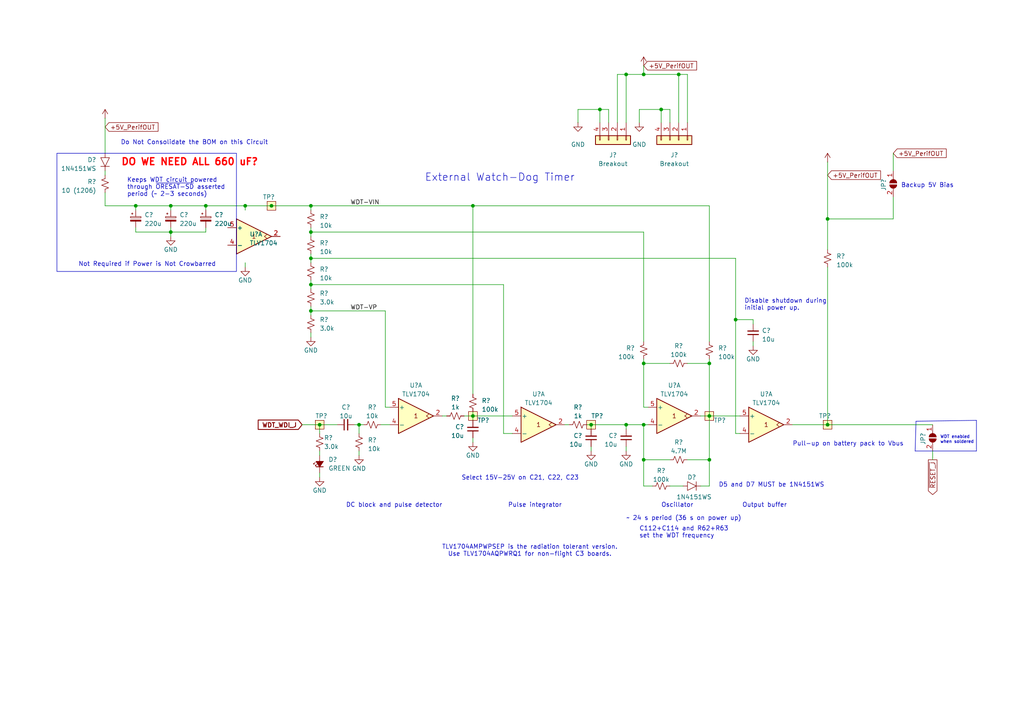
<source format=kicad_sch>
(kicad_sch (version 20231120) (generator "eeschema") (generator_version "8.0")
  (paper "A4")
  (lib_symbols
    (symbol "Connector_Generic:Conn_01x04" (pin_names (offset 1.016) hide)
      (property "Reference" "J" (at 0 5.08 0))
      (property "Value" "Conn_01x04" (at 0 -7.62 0))
      (symbol "Conn_01x04_1_1"
        (pin passive line (at -5.08 2.54 0) (length 3.81) (name "Pin_1") (number "1"))
        (pin passive line (at -5.08 0 0) (length 3.81) (name "Pin_2") (number "2"))
        (pin passive line (at -5.08 -2.54 0) (length 3.81) (name "Pin_3") (number "3"))
        (pin passive line (at -5.08 -5.08 0) (length 3.81) (name "Pin_4") (number "4"))
      )
    )
    (symbol "Device:C_Polarized_Small" (pin_numbers hide) (pin_names (offset 0.254) hide)
      (property "Reference" "C" (at 0.254 1.778 0))
      (property "Value" "C_Polarized_Small" (at 0.254 -2.032 0))
      (symbol "C_Polarized_Small_1_1"
        (pin passive line (at 0 2.54 270) (length 1.8542) (name "~") (number "1"))
        (pin passive line (at 0 -2.54 90) (length 1.8542) (name "~") (number "2"))
      )
    )
    (symbol "Device:C_Small" (pin_numbers hide) (pin_names (offset 0.254) hide)
      (property "Reference" "C" (at 0.254 1.778 0))
      (property "Value" "C_Small" (at 0.254 -2.032 0))
      (symbol "C_Small_1_1"
        (pin passive line (at 0 2.54 270) (length 2.032) (name "~") (number "1"))
        (pin passive line (at 0 -2.54 90) (length 2.032) (name "~") (number "2"))
      )
    )
    (symbol "Device:LED_Small_Filled" (pin_numbers hide) (pin_names (offset 0.254) hide)
      (property "Reference" "D" (at -1.27 3.175 0))
      (property "Value" "LED_Small_Filled" (at -4.445 -2.54 0))
      (symbol "LED_Small_Filled_1_1"
        (pin passive line (at -2.54 0 0) (length 1.778) (name "K") (number "1"))
        (pin passive line (at 2.54 0 180) (length 1.778) (name "A") (number "2"))
      )
    )
    (symbol "Device:R_Small_US" (pin_numbers hide) (pin_names (offset 0.254) hide)
      (property "Reference" "R" (at 0.762 0.508 0))
      (property "Value" "R_Small_US" (at 0.762 -1.016 0))
      (symbol "R_Small_US_1_1"
        (pin passive line (at 0 2.54 270) (length 1.016) (name "~") (number "1"))
        (pin passive line (at 0 -2.54 90) (length 1.016) (name "~") (number "2"))
      )
    )
    (symbol "GND_1" (power) (pin_numbers hide) (pin_names (offset 0) hide)
      (property "Value" "GND" (at 0 -3.81 0))
      (symbol "GND_1_1_1"
        (pin power_in line (at 0 0 270) (length 0) (name "~") (number "1"))
      )
    )
    (symbol "Jumper:SolderJumper_2_Open" (pin_names (offset 0) hide)
      (property "Reference" "JP" (at 0 2.032 0))
      (property "Value" "SolderJumper_2_Open" (at 0 -2.54 0))
      (symbol "SolderJumper_2_Open_1_1"
        (pin passive line (at -3.81 0 0) (length 2.54) (name "A") (number "1"))
        (pin passive line (at 3.81 0 180) (length 2.54) (name "B") (number "2"))
      )
    )
    (symbol "TLV1704AIPWR_1" (pin_names (offset 0.127))
      (property "Reference" "U" (at 0 5.08 0))
      (property "Value" "TLV1704AIPWR" (at 0 -5.08 0))
      (symbol "TLV1704AIPWR_1_1_1"
        (text "1" (at 0 0 0) (effects (font (size 1.27 1.27))))
        (pin open_collector line (at 7.62 0 180) (length 2.54) (name "~") (number "2"))
        (pin input line (at -7.62 -2.54 0) (length 2.54) (name "-") (number "4"))
        (pin input line (at -7.62 2.54 0) (length 2.54) (name "+") (number "5"))
      )
      (symbol "TLV1704AIPWR_1_2_1"
        (text "2" (at 0 0 0) (effects (font (size 1.27 1.27))))
        (pin open_collector line (at 7.62 0 180) (length 2.54) (name "~") (number "1"))
        (pin input line (at -7.62 -2.54 0) (length 2.54) (name "-") (number "6"))
        (pin input line (at -7.62 2.54 0) (length 2.54) (name "+") (number "7"))
      )
      (symbol "TLV1704AIPWR_1_3_1"
        (text "3" (at 0 0 0) (effects (font (size 1.27 1.27))))
        (pin open_collector line (at 7.62 0 180) (length 2.54) (name "~") (number "14"))
        (pin input line (at -7.62 -2.54 0) (length 2.54) (name "-") (number "8"))
        (pin input line (at -7.62 2.54 0) (length 2.54) (name "+") (number "9"))
      )
      (symbol "TLV1704AIPWR_1_4_1"
        (text "4" (at 0 0 0) (effects (font (size 1.27 1.27))))
        (pin input line (at -7.62 -2.54 0) (length 2.54) (name "-") (number "10"))
        (pin input line (at -7.62 2.54 0) (length 2.54) (name "+") (number "11"))
        (pin open_collector line (at 7.62 0 180) (length 2.54) (name "~") (number "13"))
      )
      (symbol "TLV1704AIPWR_1_5_1"
        (pin power_in line (at -2.54 -7.62 90) (length 3.81) (name "V-") (number "12"))
        (pin power_in line (at -2.54 7.62 270) (length 3.81) (name "V+") (number "3"))
      )
    )
    (symbol "TLV1704AIPWR_2" (pin_names (offset 0.127))
      (property "Reference" "U" (at 0 5.08 0))
      (property "Value" "TLV1704AIPWR" (at 0 -5.08 0))
      (symbol "TLV1704AIPWR_2_1_1"
        (text "1" (at 0 0 0) (effects (font (size 1.27 1.27))))
        (pin open_collector line (at 7.62 0 180) (length 2.54) (name "~") (number "2"))
        (pin input line (at -7.62 -2.54 0) (length 2.54) (name "-") (number "4"))
        (pin input line (at -7.62 2.54 0) (length 2.54) (name "+") (number "5"))
      )
      (symbol "TLV1704AIPWR_2_2_1"
        (text "2" (at 0 0 0) (effects (font (size 1.27 1.27))))
        (pin open_collector line (at 7.62 0 180) (length 2.54) (name "~") (number "1"))
        (pin input line (at -7.62 -2.54 0) (length 2.54) (name "-") (number "6"))
        (pin input line (at -7.62 2.54 0) (length 2.54) (name "+") (number "7"))
      )
      (symbol "TLV1704AIPWR_2_3_1"
        (text "3" (at 0 0 0) (effects (font (size 1.27 1.27))))
        (pin open_collector line (at 7.62 0 180) (length 2.54) (name "~") (number "14"))
        (pin input line (at -7.62 -2.54 0) (length 2.54) (name "-") (number "8"))
        (pin input line (at -7.62 2.54 0) (length 2.54) (name "+") (number "9"))
      )
      (symbol "TLV1704AIPWR_2_4_1"
        (text "4" (at 0 0 0) (effects (font (size 1.27 1.27))))
        (pin input line (at -7.62 -2.54 0) (length 2.54) (name "-") (number "10"))
        (pin input line (at -7.62 2.54 0) (length 2.54) (name "+") (number "11"))
        (pin open_collector line (at 7.62 0 180) (length 2.54) (name "~") (number "13"))
      )
      (symbol "TLV1704AIPWR_2_5_1"
        (pin power_in line (at -2.54 -7.62 90) (length 3.81) (name "V-") (number "12"))
        (pin power_in line (at -2.54 7.62 270) (length 3.81) (name "V+") (number "3"))
      )
    )
    (symbol "TLV1704AIPWR_3" (pin_names (offset 0.127))
      (property "Reference" "U" (at 0 5.08 0))
      (property "Value" "TLV1704AIPWR" (at 0 -5.08 0))
      (symbol "TLV1704AIPWR_3_1_1"
        (text "1" (at 0 0 0) (effects (font (size 1.27 1.27))))
        (pin open_collector line (at 7.62 0 180) (length 2.54) (name "~") (number "2"))
        (pin input line (at -7.62 -2.54 0) (length 2.54) (name "-") (number "4"))
        (pin input line (at -7.62 2.54 0) (length 2.54) (name "+") (number "5"))
      )
      (symbol "TLV1704AIPWR_3_2_1"
        (text "2" (at 0 0 0) (effects (font (size 1.27 1.27))))
        (pin open_collector line (at 7.62 0 180) (length 2.54) (name "~") (number "1"))
        (pin input line (at -7.62 -2.54 0) (length 2.54) (name "-") (number "6"))
        (pin input line (at -7.62 2.54 0) (length 2.54) (name "+") (number "7"))
      )
      (symbol "TLV1704AIPWR_3_3_1"
        (text "3" (at 0 0 0) (effects (font (size 1.27 1.27))))
        (pin open_collector line (at 7.62 0 180) (length 2.54) (name "~") (number "14"))
        (pin input line (at -7.62 -2.54 0) (length 2.54) (name "-") (number "8"))
        (pin input line (at -7.62 2.54 0) (length 2.54) (name "+") (number "9"))
      )
      (symbol "TLV1704AIPWR_3_4_1"
        (text "4" (at 0 0 0) (effects (font (size 1.27 1.27))))
        (pin input line (at -7.62 -2.54 0) (length 2.54) (name "-") (number "10"))
        (pin input line (at -7.62 2.54 0) (length 2.54) (name "+") (number "11"))
        (pin open_collector line (at 7.62 0 180) (length 2.54) (name "~") (number "13"))
      )
      (symbol "TLV1704AIPWR_3_5_1"
        (pin power_in line (at -2.54 -7.62 90) (length 3.81) (name "V-") (number "12"))
        (pin power_in line (at -2.54 7.62 270) (length 3.81) (name "V+") (number "3"))
      )
    )
    (symbol "TLV1704AIPWR_4" (pin_names (offset 0.127))
      (property "Reference" "U" (at 0 5.08 0))
      (property "Value" "TLV1704AIPWR" (at 0 -5.08 0))
      (symbol "TLV1704AIPWR_4_1_1"
        (text "1" (at 0 0 0) (effects (font (size 1.27 1.27))))
        (pin open_collector line (at 7.62 0 180) (length 2.54) (name "~") (number "2"))
        (pin input line (at -7.62 -2.54 0) (length 2.54) (name "-") (number "4"))
        (pin input line (at -7.62 2.54 0) (length 2.54) (name "+") (number "5"))
      )
      (symbol "TLV1704AIPWR_4_2_1"
        (text "2" (at 0 0 0) (effects (font (size 1.27 1.27))))
        (pin open_collector line (at 7.62 0 180) (length 2.54) (name "~") (number "1"))
        (pin input line (at -7.62 -2.54 0) (length 2.54) (name "-") (number "6"))
        (pin input line (at -7.62 2.54 0) (length 2.54) (name "+") (number "7"))
      )
      (symbol "TLV1704AIPWR_4_3_1"
        (text "3" (at 0 0 0) (effects (font (size 1.27 1.27))))
        (pin open_collector line (at 7.62 0 180) (length 2.54) (name "~") (number "14"))
        (pin input line (at -7.62 -2.54 0) (length 2.54) (name "-") (number "8"))
        (pin input line (at -7.62 2.54 0) (length 2.54) (name "+") (number "9"))
      )
      (symbol "TLV1704AIPWR_4_4_1"
        (text "4" (at 0 0 0) (effects (font (size 1.27 1.27))))
        (pin input line (at -7.62 -2.54 0) (length 2.54) (name "-") (number "10"))
        (pin input line (at -7.62 2.54 0) (length 2.54) (name "+") (number "11"))
        (pin open_collector line (at 7.62 0 180) (length 2.54) (name "~") (number "13"))
      )
      (symbol "TLV1704AIPWR_4_5_1"
        (pin power_in line (at -2.54 -7.62 90) (length 3.81) (name "V-") (number "12"))
        (pin power_in line (at -2.54 7.62 270) (length 3.81) (name "V+") (number "3"))
      )
    )
    (symbol "oresat-diodes:1N4151WS-HE3" (pin_numbers hide) (pin_names (offset 0) hide)
      (property "Reference" "D" (at 0 2.54 0))
      (property "Value" "1N4151WS" (at 0 -2.54 0))
      (symbol "1N4151WS-HE3_1_1"
        (pin passive line (at 2.54 0 180) (length 1.27) (name "1") (number "1"))
        (pin passive line (at -2.54 0 0) (length 1.27) (name "2") (number "2"))
      )
    )
    (symbol "oresat-ics:TLV1704AIPWR" (pin_names (offset 0.127))
      (property "Reference" "U" (at 0 5.08 0))
      (property "Value" "TLV1704AIPWR" (at 0 -5.08 0))
      (symbol "TLV1704AIPWR_1_1"
        (text "1" (at 0 0 0) (effects (font (size 1.27 1.27))))
        (pin open_collector line (at 7.62 0 180) (length 2.54) (name "~") (number "2"))
        (pin input line (at -7.62 -2.54 0) (length 2.54) (name "-") (number "4"))
        (pin input line (at -7.62 2.54 0) (length 2.54) (name "+") (number "5"))
      )
      (symbol "TLV1704AIPWR_2_1"
        (text "2" (at 0 0 0) (effects (font (size 1.27 1.27))))
        (pin open_collector line (at 7.62 0 180) (length 2.54) (name "~") (number "1"))
        (pin input line (at -7.62 -2.54 0) (length 2.54) (name "-") (number "6"))
        (pin input line (at -7.62 2.54 0) (length 2.54) (name "+") (number "7"))
      )
      (symbol "TLV1704AIPWR_3_1"
        (text "3" (at 0 0 0) (effects (font (size 1.27 1.27))))
        (pin open_collector line (at 7.62 0 180) (length 2.54) (name "~") (number "14"))
        (pin input line (at -7.62 -2.54 0) (length 2.54) (name "-") (number "8"))
        (pin input line (at -7.62 2.54 0) (length 2.54) (name "+") (number "9"))
      )
      (symbol "TLV1704AIPWR_4_1"
        (text "4" (at 0 0 0) (effects (font (size 1.27 1.27))))
        (pin input line (at -7.62 -2.54 0) (length 2.54) (name "-") (number "10"))
        (pin input line (at -7.62 2.54 0) (length 2.54) (name "+") (number "11"))
        (pin open_collector line (at 7.62 0 180) (length 2.54) (name "~") (number "13"))
      )
      (symbol "TLV1704AIPWR_5_1"
        (pin power_in line (at -2.54 -7.62 90) (length 3.81) (name "V-") (number "12"))
        (pin power_in line (at -2.54 7.62 270) (length 3.81) (name "V+") (number "3"))
      )
    )
    (symbol "oresat-misc:Test-Point-0.75mm-th" (exclude_from_sim yes) (in_bom no)
      (property "Reference" "TP" (at 0 2.54 0))
      (symbol "Test-Point-0.75mm-th_1_0"
        (pin passive line (at 0 0 0) (length 0) (name "1") (number "1"))
      )
    )
    (symbol "power:GND" (power) (pin_names (offset 0))
      (property "Value" "GND" (at 0 -3.81 0))
      (symbol "GND_1_1"
        (pin power_in line (at 0 0 270) (length 0) hide (name "GND") (number "1"))
      )
    )
    (symbol "power:VBUS" (power) (pin_numbers hide) (pin_names (offset 0) hide)
      (property "Value" "VBUS" (at 0 3.556 0))
      (symbol "VBUS_1_1"
        (pin power_in line (at 0 0 90) (length 0) (name "~") (number "1"))
      )
    )
  )
  (junction (at 137.16 120.65))
  (junction (at 137.16 59.69))
  (junction (at 39.37 59.69))
  (junction (at 181.61 21.59))
  (junction (at 240.03 63.5))
  (junction (at 213.36 92.71))
  (junction (at 78.74 59.69))
  (junction (at 205.74 105.41))
  (junction (at 49.53 67.31))
  (junction (at 90.17 67.31))
  (junction (at 90.17 74.93))
  (junction (at 196.85 21.59))
  (junction (at 90.17 90.17))
  (junction (at 186.69 105.41))
  (junction (at 171.45 123.19))
  (junction (at 186.69 123.19))
  (junction (at 205.74 120.65))
  (junction (at 173.99 31.75))
  (junction (at 90.17 82.55))
  (junction (at 90.17 59.69))
  (junction (at 186.69 133.35))
  (junction (at 104.14 123.19))
  (junction (at 92.71 123.19))
  (junction (at 49.53 59.69))
  (junction (at 191.77 31.75))
  (junction (at 181.61 123.19))
  (junction (at 59.69 59.69))
  (junction (at 186.69 21.59))
  (junction (at 240.03 123.19))
  (junction (at 71.12 59.69))
  (junction (at 205.74 133.35))
  (wire (pts (xy 191.77 31.75) (xy 185.42 31.75)))
  (wire (pts (xy 173.99 35.56) (xy 173.99 31.75)))
  (wire (pts (xy 186.69 99.06) (xy 186.69 67.31)))
  (wire (pts (xy 199.39 21.59) (xy 196.85 21.59)))
  (wire (pts (xy 146.05 125.73) (xy 148.59 125.73)))
  (wire (pts (xy 173.99 31.75) (xy 167.64 31.75)))
  (wire (pts (xy 49.53 59.69) (xy 59.69 59.69)))
  (wire (pts (xy 170.18 123.19) (xy 171.45 123.19)))
  (wire (pts (xy 110.49 123.19) (xy 113.03 123.19)))
  (wire (pts (xy 167.64 31.75) (xy 167.64 35.56)))
  (wire (pts (xy 181.61 21.59) (xy 181.61 35.56)))
  (wire (pts (xy 199.39 105.41) (xy 205.74 105.41)))
  (wire (pts (xy 71.12 77.47) (xy 71.12 76.2)))
  (wire (pts (xy 59.69 59.69) (xy 71.12 59.69)))
  (wire (pts (xy 134.62 120.65) (xy 137.16 120.65)))
  (wire (pts (xy 59.69 60.96) (xy 59.69 59.69)))
  (wire (pts (xy 205.74 99.06) (xy 205.74 59.69)))
  (wire (pts (xy 30.48 55.88) (xy 30.48 59.69)))
  (wire (pts (xy 90.17 96.52) (xy 90.17 97.79)))
  (wire (pts (xy 205.74 140.97) (xy 205.74 133.35)))
  (polyline (pts (xy 265.43 130.81) (xy 265.684 122.174)))
  (wire (pts (xy 218.44 93.98) (xy 218.44 92.71)))
  (wire (pts (xy 71.12 59.69) (xy 78.74 59.69)))
  (wire (pts (xy 181.61 21.59) (xy 186.69 21.59)))
  (wire (pts (xy 90.17 82.55) (xy 146.05 82.55)))
  (wire (pts (xy 173.99 31.75) (xy 176.53 31.75)))
  (wire (pts (xy 240.03 63.5) (xy 240.03 72.39)))
  (wire (pts (xy 194.31 133.35) (xy 186.69 133.35)))
  (wire (pts (xy 90.17 90.17) (xy 90.17 91.44)))
  (wire (pts (xy 186.69 21.59) (xy 186.69 19.05)))
  (wire (pts (xy 49.53 67.31) (xy 49.53 68.58)))
  (wire (pts (xy 205.74 133.35) (xy 205.74 120.65)))
  (wire (pts (xy 137.16 120.65) (xy 148.59 120.65)))
  (wire (pts (xy 90.17 90.17) (xy 111.76 90.17)))
  (wire (pts (xy 186.69 118.11) (xy 186.69 105.41)))
  (wire (pts (xy 186.69 140.97) (xy 189.23 140.97)))
  (wire (pts (xy 171.45 130.81) (xy 171.45 129.54)))
  (wire (pts (xy 205.74 120.65) (xy 214.63 120.65)))
  (wire (pts (xy 146.05 82.55) (xy 146.05 125.73)))
  (polyline (pts (xy 283.21 130.81) (xy 265.43 130.81)))
  (wire (pts (xy 163.83 123.19) (xy 165.1 123.19)))
  (wire (pts (xy 39.37 59.69) (xy 39.37 60.96)))
  (wire (pts (xy 186.69 140.97) (xy 186.69 133.35)))
  (wire (pts (xy 30.48 59.69) (xy 39.37 59.69)))
  (wire (pts (xy 90.17 73.66) (xy 90.17 74.93)))
  (wire (pts (xy 90.17 67.31) (xy 186.69 67.31)))
  (wire (pts (xy 90.17 60.96) (xy 90.17 59.69)))
  (wire (pts (xy 137.16 59.69) (xy 137.16 114.3)))
  (wire (pts (xy 205.74 105.41) (xy 205.74 120.65)))
  (wire (pts (xy 259.08 57.15) (xy 259.08 63.5)))
  (wire (pts (xy 137.16 120.65) (xy 137.16 119.38)))
  (wire (pts (xy 213.36 74.93) (xy 213.36 92.71)))
  (wire (pts (xy 92.71 130.81) (xy 92.71 132.08)))
  (wire (pts (xy 196.85 21.59) (xy 186.69 21.59)))
  (wire (pts (xy 78.74 59.69) (xy 90.17 59.69)))
  (wire (pts (xy 194.31 31.75) (xy 194.31 35.56)))
  (wire (pts (xy 90.17 74.93) (xy 213.36 74.93)))
  (wire (pts (xy 186.69 104.14) (xy 186.69 105.41)))
  (wire (pts (xy 205.74 104.14) (xy 205.74 105.41)))
  (wire (pts (xy 179.07 21.59) (xy 181.61 21.59)))
  (wire (pts (xy 137.16 128.27) (xy 137.16 127)))
  (wire (pts (xy 137.16 59.69) (xy 205.74 59.69)))
  (wire (pts (xy 49.53 67.31) (xy 39.37 67.31)))
  (wire (pts (xy 191.77 35.56) (xy 191.77 31.75)))
  (wire (pts (xy 181.61 123.19) (xy 186.69 123.19)))
  (wire (pts (xy 171.45 123.19) (xy 181.61 123.19)))
  (wire (pts (xy 49.53 59.69) (xy 49.53 60.96)))
  (wire (pts (xy 181.61 130.81) (xy 181.61 129.54)))
  (wire (pts (xy 203.2 140.97) (xy 205.74 140.97)))
  (wire (pts (xy 111.76 90.17) (xy 111.76 118.11)))
  (polyline (pts (xy 265.684 122.174) (xy 283.21 121.92)))
  (polyline (pts (xy 283.21 121.92) (xy 283.21 130.81)))
  (wire (pts (xy 92.71 125.73) (xy 92.71 123.19)))
  (wire (pts (xy 186.69 133.35) (xy 186.69 123.19)))
  (wire (pts (xy 240.03 46.99) (xy 240.03 63.5)))
  (wire (pts (xy 90.17 67.31) (xy 90.17 68.58)))
  (wire (pts (xy 259.08 63.5) (xy 240.03 63.5)))
  (wire (pts (xy 213.36 92.71) (xy 218.44 92.71)))
  (wire (pts (xy 92.71 138.43) (xy 92.71 137.16)))
  (wire (pts (xy 187.96 118.11) (xy 186.69 118.11)))
  (wire (pts (xy 229.87 123.19) (xy 240.03 123.19)))
  (wire (pts (xy 90.17 66.04) (xy 90.17 67.31)))
  (wire (pts (xy 111.76 118.11) (xy 113.03 118.11)))
  (wire (pts (xy 196.85 35.56) (xy 196.85 21.59)))
  (wire (pts (xy 90.17 82.55) (xy 90.17 83.82)))
  (wire (pts (xy 199.39 35.56) (xy 199.39 21.59)))
  (wire (pts (xy 259.08 44.45) (xy 259.08 49.53)))
  (wire (pts (xy 87.63 123.19) (xy 92.71 123.19)))
  (wire (pts (xy 39.37 59.69) (xy 49.53 59.69)))
  (wire (pts (xy 185.42 31.75) (xy 185.42 35.56)))
  (wire (pts (xy 104.14 123.19) (xy 104.14 125.73)))
  (wire (pts (xy 191.77 31.75) (xy 194.31 31.75)))
  (wire (pts (xy 102.87 123.19) (xy 104.14 123.19)))
  (wire (pts (xy 30.48 34.29) (xy 30.48 44.45)))
  (wire (pts (xy 171.45 123.19) (xy 171.45 124.46)))
  (wire (pts (xy 186.69 123.19) (xy 187.96 123.19)))
  (wire (pts (xy 240.03 77.47) (xy 240.03 123.19)))
  (wire (pts (xy 92.71 123.19) (xy 97.79 123.19)))
  (wire (pts (xy 39.37 66.04) (xy 39.37 67.31)))
  (wire (pts (xy 104.14 123.19) (xy 105.41 123.19)))
  (wire (pts (xy 49.53 66.04) (xy 49.53 67.31)))
  (wire (pts (xy 194.31 140.97) (xy 198.12 140.97)))
  (wire (pts (xy 213.36 125.73) (xy 214.63 125.73)))
  (wire (pts (xy 218.44 100.33) (xy 218.44 99.06)))
  (wire (pts (xy 181.61 124.46) (xy 181.61 123.19)))
  (wire (pts (xy 137.16 120.65) (xy 137.16 121.92)))
  (wire (pts (xy 104.14 130.81) (xy 104.14 132.08)))
  (wire (pts (xy 186.69 105.41) (xy 194.31 105.41)))
  (wire (pts (xy 137.16 59.69) (xy 90.17 59.69)))
  (wire (pts (xy 199.39 133.35) (xy 205.74 133.35)))
  (wire (pts (xy 90.17 81.28) (xy 90.17 82.55)))
  (wire (pts (xy 128.27 120.65) (xy 129.54 120.65)))
  (wire (pts (xy 270.51 130.81) (xy 270.51 133.35)))
  (wire (pts (xy 59.69 66.04) (xy 59.69 67.31)))
  (wire (pts (xy 176.53 31.75) (xy 176.53 35.56)))
  (wire (pts (xy 213.36 92.71) (xy 213.36 125.73)))
  (wire (pts (xy 179.07 35.56) (xy 179.07 21.59)))
  (wire (pts (xy 71.12 60.96) (xy 71.12 59.69)))
  (wire (pts (xy 240.03 123.19) (xy 270.51 123.19)))
  (wire (pts (xy 30.48 49.53) (xy 30.48 50.8)))
  (wire (pts (xy 90.17 74.93) (xy 90.17 76.2)))
  (wire (pts (xy 49.53 67.31) (xy 59.69 67.31)))
  (wire (pts (xy 90.17 88.9) (xy 90.17 90.17)))
  (wire (pts (xy 203.2 120.65) (xy 205.74 120.65)))
  (rectangle (start 16.51 44.45) (end 68.58 78.74))
  (text "Oscillator" (at 191.77 147.32 0) (effects (font (size 1.27 1.27)) (justify left bottom)))
  (text "Pulse integrator" (at 147.32 147.32 0) (effects (font (size 1.27 1.27)) (justify left bottom)))
  (text "DO WE NEED ALL 660 uF?" (at 35.052 48.26 0) (effects (font (size 2 2) (thickness 0.4) (bold yes)) (justify left bottom)))
  (text "External Watch-Dog Timer" (at 123.19 52.832 0) (effects (font (size 2.159 2.159)) (justify left bottom)))
  (text "Output buffer" (at 215.265 147.32 0) (effects (font (size 1.27 1.27)) (justify left bottom)))
  (text "Disable shutdown during\ninitial power up." (at 215.9 90.17 0) (effects (font (size 1.27 1.27)) (justify left bottom)))
  (text "C112+C114 and R62+R63 \nset the WDT frequency" (at 185.42 156.21 0) (effects (font (size 1.27 1.27)) (justify left bottom)))
  (text "Keeps WDT circuit powered\nthrough ~{ORESAT-SD} asserted\nperiod (~ 2-3 seconds)" (at 36.83 57.15 0) (effects (font (size 1.27 1.27)) (justify left bottom)))
  (text "Backup 5V Bias" (at 268.986 53.848 0) (effects (font (size 1.27 1.27))))
  (text "~ 24 s period (36 s on power up)" (at 181.61 151.13 0) (effects (font (size 1.27 1.27)) (justify left bottom)))
  (text "Not Required if Power is Not Crowbarred " (at 43.18 76.708 0) (effects (font (size 1.27 1.27))))
  (text "DC block and pulse detector" (at 100.33 147.32 0) (effects (font (size 1.27 1.27)) (justify left bottom)))
  (text "WDT enabled\nwhen soldered" (at 272.669 128.778 0) (effects (font (size 0.889 0.889)) (justify left bottom)))
  (text "D5 and D7 MUST be 1N4151WS" (at 223.774 140.716 0) (effects (font (size 1.27 1.27))))
  (text "Do Not Consolidate the BOM on this Circuit" (at 56.388 41.402 0) (effects (font (size 1.27 1.27))))
  (text "Select 15V-25V on C21, C22, C23" (at 150.876 138.684 0) (effects (font (size 1.27 1.27))))
  (text "TLV1704AMPWPSEP is the radiation tolerant version.\nUse TLV1704AQPWRQ1 for non-flight C3 boards." (at 153.67 159.766 0) (effects (font (size 1.27 1.27))))
  (text "Pull-up on battery pack to Vbus" (at 229.87 129.54 0) (effects (font (size 1.27 1.27)) (justify left bottom)))
  (label "WDT-VIN" (at 101.6 59.69 0))
  (label "WDT-VP" (at 101.6 90.17 0))
  (global_label "+5V_PerifOUT" (shape input) (at 240.03 50.8 0) (property "Intersheetrefs" "${INTERSHEET_REFS}" (effects (hide yes))))
  (global_label "+5V_PerifOUT" (shape input) (at 186.69 19.05 0) (property "Intersheetrefs" "${INTERSHEET_REFS}" (effects (hide yes))))
  (global_label "+5V_PerifOUT" (shape input) (at 259.08 44.45 0) (property "Intersheetrefs" "${INTERSHEET_REFS}" (effects (hide yes))))
  (global_label "+5V_PerifOUT" (shape input) (at 30.48 36.83 0) (property "Intersheetrefs" "${INTERSHEET_REFS}" (effects (hide yes))))
  (global_label "~{RESET_J}" (shape output) (at 270.51 133.35 270) (property "Intersheetrefs" "${INTERSHEET_REFS}" (effects (hide yes))))
  (global_label "WDT_WDI_J" (shape input) (at 87.63 123.19 180) (effects (font (thickness 0.254) (bold yes))) (property "Intersheetrefs" "${INTERSHEET_REFS}" (effects (hide yes))))
  (symbol (lib_id "power:GND") (at 104.14 132.08 0) (unit 1)
    (property "Reference" "#PWR0111" (effects (hide yes)))
    (property "Value" "GND" (at 104.14 135.89 0))
    (property "Description" "Power symbol creates a global label with name \"GND\" , ground" (effects (hide yes)))
  )
  (symbol (lib_id "Device:R_Small_US") (at 90.17 86.36 0) (unit 1)
    (property "Reference" "R?" (at 92.71 85.09 0) (effects (justify left)))
    (property "Value" "3.0k" (at 92.71 87.63 0) (effects (justify left)))
    (property "Footprint" "Resistor_SMD:R_0603_1608Metric" (effects (hide yes)))
    (property "Description" "3 kOhms ±1% 0.1W, 1/10W Chip Resistor 0603 (1608 Metric) Automotive AEC-Q200 Thick Film" (effects (hide yes)))
    (property "DPN" "RMCF0603FT3K00CT-ND" (effects (hide yes)))
    (property "DST" "Digi-Key" (effects (hide yes)))
    (property "MFR" "Stackpole Electronics Inc" (effects (hide yes)))
    (property "MPN" "RMCF0603FT3K00" (effects (hide yes)))
  )
  (symbol (lib_id "Device:C_Small") (at 218.44 96.52 180) (unit 1)
    (property "Reference" "C?" (at 220.98 95.8786 0) (effects (justify right)))
    (property "Value" "10u" (at 220.98 98.4186 0) (effects (justify right)))
    (property "Footprint" "Capacitor_SMD:C_0603_1608Metric" (effects (hide yes)))
    (property "Description" "10 µF ±10% 16V Ceramic Capacitor X5R 0603 (1608 Metric)" (effects (hide yes)))
    (property "DPN" "490-12317-1-ND" (effects (hide yes)))
    (property "DST" "Digi-Key" (effects (hide yes)))
    (property "MFR" "Murata" (effects (hide yes)))
    (property "MPN" "GRT188R61C106KE13D" (effects (hide yes)))
  )
  (symbol (lib_id "power:VBUS") (at 186.69 19.05 0) (unit 1)
    (property "Reference" "#PWR0114" (effects (hide yes)))
    (property "Value" "+5v_ROUT1" (effects (hide yes)))
    (property "Description" "Power symbol creates a global label with name \"VBUS\"" (effects (hide yes)))
  )
  (symbol (lib_name "TLV1704AIPWR_4") (lib_id "oresat-ics:TLV1704AIPWR") (at 156.21 123.19 0) (unit 1)
    (property "Reference" "U?" (at 156.21 114.3 0))
    (property "Value" "TLV1704" (at 156.21 116.84 0))
    (property "Footprint" "Package_SO:TSSOP-14_4.4x5mm_P0.65mm" (effects (hide yes)))
    (property "Datasheet" "https://www.ti.com/lit/ds/symlink/tlv1704-sep.pdf" (effects (hide yes)))
    (property "Description" "Analog Comparators 2.2-V to 36-V, radiation tolerant microPower quad comparator in space enhanced plastic 14-TSSOP -55 to 125" (effects (hide yes)))
    (property "MFR" "Texas Instruments" (effects (hide yes)))
    (property "MPN" "TLV1704AQPWRQ1" (effects (hide yes)))
    (property "DST" "Digi-Key" (effects (hide yes)))
    (property "DPN" "296-43799-2-ND" (effects (hide yes)))
  )
  (symbol (lib_id "Device:R_Small_US") (at 137.16 116.84 0) (unit 1)
    (property "Reference" "R?" (at 139.7 116.205 0) (effects (justify left)))
    (property "Value" "100k" (at 139.7 118.745 0) (effects (justify left)))
    (property "Footprint" "Resistor_SMD:R_0603_1608Metric" (effects (hide yes)))
    (property "Description" "100 kOhms ±5% 0.1W, 1/10W Chip Resistor 0603 (1608 Metric) Automotive AEC-Q200 Thick Film" (effects (hide yes)))
    (property "DPN" "RMCF0603FT100KCT-ND" (effects (hide yes)))
    (property "DST" "Digi-Key" (effects (hide yes)))
    (property "MFR" "Stackpole Electronics Inc" (effects (hide yes)))
    (property "MPN" "RMCF0603FT100K" (effects (hide yes)))
  )
  (symbol (lib_id "Device:R_Small_US") (at 191.77 140.97 270) (unit 1)
    (property "Reference" "R?" (at 191.77 136.525 90))
    (property "Value" "100k" (at 191.77 139.065 90))
    (property "Footprint" "Resistor_SMD:R_0603_1608Metric" (effects (hide yes)))
    (property "Description" "100 kOhms ±5% 0.1W, 1/10W Chip Resistor 0603 (1608 Metric) Automotive AEC-Q200 Thick Film" (effects (hide yes)))
    (property "DPN" "RMCF0603FT100KCT-ND" (effects (hide yes)))
    (property "DST" "Digi-Key" (effects (hide yes)))
    (property "MFR" "Stackpole Electronics Inc" (effects (hide yes)))
    (property "MPN" "RMCF0603FT100K" (effects (hide yes)))
  )
  (symbol (lib_id "Device:R_Small_US") (at 186.69 101.6 0) (mirror x) (unit 1)
    (property "Reference" "R?" (at 184.15 100.965 0) (effects (justify right)))
    (property "Value" "100k" (at 184.15 103.505 0) (effects (justify right)))
    (property "Footprint" "Resistor_SMD:R_0603_1608Metric" (effects (hide yes)))
    (property "Description" "100 kOhms ±5% 0.1W, 1/10W Chip Resistor 0603 (1608 Metric) Automotive AEC-Q200 Thick Film" (effects (hide yes)))
    (property "DPN" "RMCF0603FT100KCT-ND" (effects (hide yes)))
    (property "DST" "Digi-Key" (effects (hide yes)))
    (property "MFR" "Stackpole Electronics Inc" (effects (hide yes)))
    (property "MPN" "RMCF0603FT100K" (effects (hide yes)))
  )
  (symbol (lib_id "oresat-diodes:1N4151WS-HE3") (at 200.66 140.97 0) (unit 1)
    (property "Reference" "D?" (at 200.66 138.43 0))
    (property "Value" "1N4151WS" (at 201.295 144.145 0))
    (property "Footprint" "Diode_SMD:D_SOD-323" (effects (hide yes)))
    (property "Datasheet" "https://www.vishay.com/docs/85847/1n4151ws.pdf" (effects (hide yes)))
    (property "Description" "Diode Standard 50V 150mA Surface Mount SOD-323" (effects (hide yes)))
    (property "DPN" "112-1N4151WS-E3-08CT-ND" (effects (hide yes)))
    (property "DST" "Digi-Key" (effects (hide yes)))
    (property "MFR" "Vishay" (effects (hide yes)))
    (property "MPN" "1N4151WS-E3-08" (effects (hide yes)))
  )
  (symbol (lib_id "oresat-diodes:1N4151WS-HE3") (at 30.48 46.99 90) (mirror x) (unit 1)
    (property "Reference" "D?" (at 27.94 46.355 90) (effects (justify left)))
    (property "Value" "1N4151WS" (at 27.94 48.895 90) (effects (justify left)))
    (property "Footprint" "Diode_SMD:D_SOD-323" (effects (hide yes)))
    (property "Datasheet" "https://www.vishay.com/docs/85847/1n4151ws.pdf" (effects (hide yes)))
    (property "Description" "Diode Standard 50V 150mA Surface Mount SOD-323" (effects (hide yes)))
    (property "DPN" "112-1N4151WS-E3-08CT-ND" (effects (hide yes)))
    (property "DST" "Digi-Key" (effects (hide yes)))
    (property "MFR" "Vishay" (effects (hide yes)))
    (property "MPN" "1N4151WS-E3-08" (effects (hide yes)))
  )
  (symbol (lib_id "Jumper:SolderJumper_2_Open") (at 270.51 127 270) (unit 1)
    (property "Reference" "JP?" (at 267.716 127.254 0))
    (property "Value" "SolderJumper_2_Open" (effects (hide yes)))
    (property "Footprint" "Jumper:SolderJumper-2_P1.3mm_Open_RoundedPad1.0x1.5mm" (effects (hide yes)))
  )
  (symbol (lib_id "power:GND") (at 71.12 77.47 0) (mirror y) (unit 1)
    (property "Reference" "#PWR0117" (effects (hide yes)))
    (property "Value" "GND" (at 71.12 81.28 0))
    (property "Description" "Power symbol creates a global label with name \"GND\" , ground" (effects (hide yes)))
  )
  (symbol (lib_id "Device:R_Small_US") (at 196.85 105.41 90) (unit 1)
    (property "Reference" "R?" (at 196.85 100.33 90))
    (property "Value" "100k" (at 196.85 102.87 90))
    (property "Footprint" "Resistor_SMD:R_0603_1608Metric" (effects (hide yes)))
    (property "Description" "100 kOhms ±5% 0.1W, 1/10W Chip Resistor 0603 (1608 Metric) Automotive AEC-Q200 Thick Film" (effects (hide yes)))
    (property "DPN" "RMCF0603FT100KCT-ND" (effects (hide yes)))
    (property "DST" "Digi-Key" (effects (hide yes)))
    (property "MFR" "Stackpole Electronics Inc" (effects (hide yes)))
    (property "MPN" "RMCF0603FT100K" (effects (hide yes)))
  )
  (symbol (lib_id "power:VBUS") (at 30.48 34.29 0) (unit 1)
    (property "Reference" "#PWR0118" (effects (hide yes)))
    (property "Value" "+5v_ROUT1" (effects (hide yes)))
    (property "Description" "Power symbol creates a global label with name \"VBUS\"" (effects (hide yes)))
  )
  (symbol (lib_id "Device:R_Small_US") (at 90.17 78.74 0) (unit 1)
    (property "Reference" "R?" (at 92.71 78.105 0) (effects (justify left)))
    (property "Value" "10k" (at 92.71 80.645 0) (effects (justify left)))
    (property "Footprint" "Resistor_SMD:R_0603_1608Metric" (effects (hide yes)))
    (property "Description" "10 kOhms ±1% 0.1W, 1/10W Chip Resistor 0603 (1608 Metric) Automotive AEC-Q200 Thick Film" (effects (hide yes)))
    (property "DPN" "RMCF0603FT10K0CT-ND" (effects (hide yes)))
    (property "DST" "Digi-Key" (effects (hide yes)))
    (property "MFR" "Stackpole Electronics Inc" (effects (hide yes)))
    (property "MPN" "RMCF0603FT10K0" (effects (hide yes)))
  )
  (symbol (lib_id "Device:R_Small_US") (at 30.48 53.34 0) (mirror y) (unit 1)
    (property "Reference" "R?" (at 27.94 52.705 0) (effects (justify left)))
    (property "Value" "10 (1206)" (at 27.94 55.245 0) (effects (justify left)))
    (property "Footprint" "Resistor_SMD:R_1206_3216Metric" (effects (hide yes)))
    (property "Description" "10 Ohms ±1% 0.5W, 1/2W Chip Resistor 1206 (3216 Metric) Automotive AEC-Q200, Pulse Withstanding Thick Film" (effects (hide yes)))
    (property "DPN" "RHM10.0AFCT-ND" (effects (hide yes)))
    (property "DST" "Digi-Key" (effects (hide yes)))
    (property "MFR" "Rohm Semiconductor" (effects (hide yes)))
    (property "MPN" "ESR18EZPF10R0" (effects (hide yes)))
  )
  (symbol (lib_id "power:GND") (at 171.45 130.81 0) (mirror y) (unit 1)
    (property "Reference" "#PWR0112" (effects (hide yes)))
    (property "Value" "GND" (at 171.45 134.62 0))
    (property "Description" "Power symbol creates a global label with name \"GND\" , ground" (effects (hide yes)))
  )
  (symbol (lib_name "GND_1") (lib_id "power:GND") (at 167.64 35.56 0) (unit 1)
    (property "Reference" "#PWR0115" (effects (hide yes)))
    (property "Value" "GND" (at 167.64 41.91 0))
    (property "Description" "Power symbol creates a global label with name \"GND\" , ground" (effects (hide yes)))
  )
  (symbol (lib_id "Connector_Generic:Conn_01x04") (at 196.85 40.64 270) (unit 1)
    (property "Reference" "J?" (at 195.58 44.958 90))
    (property "Value" "Breakout" (at 195.58 47.498 90))
    (property "Footprint" "FC_DEV_BOARD:JST_BM04B-SRSS-TB(LF)(SN)" (effects (hide yes)))
  )
  (symbol (lib_id "Device:R_Small_US") (at 196.85 133.35 270) (unit 1)
    (property "Reference" "R?" (at 196.85 128.27 90))
    (property "Value" "4.7M" (at 196.85 130.81 90))
    (property "Footprint" "Resistor_SMD:R_0603_1608Metric" (effects (hide yes)))
    (property "Description" "4.7 MOhms ±1% 0.1W, 1/10W Chip Resistor 0603 (1608 Metric) Automotive AEC-Q200 Thick Film" (effects (hide yes)))
    (property "DPN" "RMCF0603FT4M70CT-ND" (effects (hide yes)))
    (property "DST" "Digi-Key" (effects (hide yes)))
    (property "MFR" "Stackpole Electronics Inc" (effects (hide yes)))
    (property "MPN" "RMCF0603FT4M70" (effects (hide yes)))
  )
  (symbol (lib_id "Device:C_Polarized_Small") (at 59.69 63.5 0) (unit 1)
    (property "Reference" "C?" (at 62.23 62.3189 0) (effects (justify left)))
    (property "Value" "220u" (at 62.23 64.8589 0) (effects (justify left)))
    (property "Footprint" "Capacitor_Tantalum_SMD:CP_EIA-7361-38_AVX-V" (effects (hide yes)))
    (property "Description" "220µF Molded Tantalum Capacitors 16V 2917 (7343 Metric) 100mOhm @ 100kHz" (effects (hide yes)))
    (property "DPN" "478-12518-2-ND" (effects (hide yes)))
    (property "DST" "Digi-Key" (effects (hide yes)))
    (property "MFR" "Kyocera AVX" (effects (hide yes)))
    (property "MPN" "TCN4227M025R0100" (effects (hide yes)))
  )
  (symbol (lib_id "Device:R_Small_US") (at 107.95 123.19 90) (unit 1)
    (property "Reference" "R?" (at 107.95 118.11 90))
    (property "Value" "10k" (at 107.95 120.65 90))
    (property "Footprint" "Resistor_SMD:R_0603_1608Metric" (effects (hide yes)))
    (property "Description" "10 kOhms ±1% 0.1W, 1/10W Chip Resistor 0603 (1608 Metric) Automotive AEC-Q200 Thick Film" (effects (hide yes)))
    (property "DPN" "RMCF0603FT10K0CT-ND" (effects (hide yes)))
    (property "DST" "Digi-Key" (effects (hide yes)))
    (property "MFR" "Stackpole Electronics Inc" (effects (hide yes)))
    (property "MPN" "RMCF0603FT10K0" (effects (hide yes)))
  )
  (symbol (lib_id "power:GND") (at 137.16 128.27 0) (unit 1)
    (property "Reference" "#PWR0113" (effects (hide yes)))
    (property "Value" "GND" (at 137.16 132.08 0))
    (property "Description" "Power symbol creates a global label with name \"GND\" , ground" (effects (hide yes)))
  )
  (symbol (lib_id "Device:R_Small_US") (at 90.17 63.5 0) (unit 1)
    (property "Reference" "R?" (at 92.71 62.865 0) (effects (justify left)))
    (property "Value" "10k" (at 92.71 65.405 0) (effects (justify left)))
    (property "Footprint" "Resistor_SMD:R_0603_1608Metric" (effects (hide yes)))
    (property "Description" "10 kOhms ±1% 0.1W, 1/10W Chip Resistor 0603 (1608 Metric) Automotive AEC-Q200 Thick Film" (effects (hide yes)))
    (property "DPN" "RMCF0603FT10K0CT-ND" (effects (hide yes)))
    (property "DST" "Digi-Key" (effects (hide yes)))
    (property "MFR" "Stackpole Electronics Inc" (effects (hide yes)))
    (property "MPN" "RMCF0603FT10K0" (effects (hide yes)))
  )
  (symbol (lib_id "power:GND") (at 181.61 130.81 0) (mirror y) (unit 1)
    (property "Reference" "#PWR0124" (effects (hide yes)))
    (property "Value" "GND" (at 181.61 134.62 0))
    (property "Description" "Power symbol creates a global label with name \"GND\" , ground" (effects (hide yes)))
  )
  (symbol (lib_id "Device:R_Small_US") (at 132.08 120.65 90) (unit 1)
    (property "Reference" "R?" (at 132.08 115.57 90))
    (property "Value" "1k" (at 132.08 118.11 90))
    (property "Footprint" "Resistor_SMD:R_0603_1608Metric" (effects (hide yes)))
    (property "Description" "1 kOhms ±1% 0.1W, 1/10W Chip Resistor 0603 (1608 Metric) Automotive AEC-Q200 Thick Film" (effects (hide yes)))
    (property "DPN" "RMCF0603FT1K00CT-ND" (effects (hide yes)))
    (property "DST" "Digi-Key" (effects (hide yes)))
    (property "MFR" "Stackpole Electronics Inc" (effects (hide yes)))
    (property "MPN" "RMCF0603FT1K00" (effects (hide yes)))
  )
  (symbol (lib_id "oresat-ics:TLV1704AIPWR") (at 73.66 68.58 0) (unit 1)
    (property "Reference" "U?" (at 72.39 67.945 0) (effects (justify left)))
    (property "Value" "TLV1704" (at 72.39 70.485 0) (effects (justify left)))
    (property "Footprint" "Package_SO:TSSOP-14_4.4x5mm_P0.65mm" (effects (hide yes)))
    (property "Datasheet" "https://www.ti.com/lit/ds/symlink/tlv1704-sep.pdf" (effects (hide yes)))
    (property "Description" "Analog Comparators 2.2-V to 36-V, radiation tolerant microPower quad comparator in space enhanced plastic 14-TSSOP -55 to 125" (effects (hide yes)))
    (property "MFR" "Texas Instruments" (effects (hide yes)))
    (property "MPN" "TLV1704AQPWRQ1" (effects (hide yes)))
    (property "DST" "Digi-Key" (effects (hide yes)))
    (property "DPN" "296-43799-2-ND" (effects (hide yes)))
  )
  (symbol (lib_id "oresat-misc:Test-Point-0.75mm-th") (at 78.74 59.69 0) (unit 1) (exclude_from_sim yes) (in_bom no)
    (property "Reference" "TP?" (at 76.2 57.15 0) (effects (justify left)))
    (property "Value" "TestPoint-MinTH" (effects (hide yes)))
    (property "Footprint" "oresat-misc:TestPoint-0.75mm-th" (effects (hide yes)))
    (property "Description" "0.75 mm TH test point; good for scope probes and jumpers" (effects (hide yes)))
  )
  (symbol (lib_id "Device:R_Small_US") (at 240.03 74.93 180) (unit 1)
    (property "Reference" "R?" (at 242.57 74.295 0) (effects (justify right)))
    (property "Value" "100k" (at 242.57 76.835 0) (effects (justify right)))
    (property "Footprint" "Resistor_SMD:R_0603_1608Metric" (effects (hide yes)))
    (property "Description" "100 kOhms ±5% 0.1W, 1/10W Chip Resistor 0603 (1608 Metric) Automotive AEC-Q200 Thick Film" (effects (hide yes)))
    (property "DPN" "RMCF0603FT100KCT-ND" (effects (hide yes)))
    (property "DST" "Digi-Key" (effects (hide yes)))
    (property "MFR" "Stackpole Electronics Inc" (effects (hide yes)))
    (property "MPN" "RMCF0603FT100K" (effects (hide yes)))
  )
  (symbol (lib_id "Device:C_Small") (at 137.16 124.46 0) (mirror x) (unit 1)
    (property "Reference" "C?" (at 134.62 123.8186 0) (effects (justify right)))
    (property "Value" "10u" (at 134.62 126.3586 0) (effects (justify right)))
    (property "Footprint" "Capacitor_SMD:C_0603_1608Metric" (effects (hide yes)))
    (property "Description" "10 µF ±10% 16V Ceramic Capacitor X5R 0603 (1608 Metric)" (effects (hide yes)))
    (property "DPN" "490-12317-1-ND" (effects (hide yes)))
    (property "DST" "Digi-Key" (effects (hide yes)))
    (property "MFR" "Murata" (effects (hide yes)))
    (property "MPN" "GRT188R61C106KE13D" (effects (hide yes)))
  )
  (symbol (lib_id "power:VBUS") (at 240.03 46.99 0) (unit 1)
    (property "Reference" "#PWR0120" (effects (hide yes)))
    (property "Value" "+5v_ROUT1" (effects (hide yes)))
    (property "Description" "Power symbol creates a global label with name \"VBUS\"" (effects (hide yes)))
  )
  (symbol (lib_name "TLV1704AIPWR_3") (lib_id "oresat-ics:TLV1704AIPWR") (at 222.25 123.19 0) (unit 1)
    (property "Reference" "U?" (at 222.25 114.3 0))
    (property "Value" "TLV1704" (at 222.25 116.84 0))
    (property "Footprint" "Package_SO:TSSOP-14_4.4x5mm_P0.65mm" (effects (hide yes)))
    (property "Datasheet" "https://www.ti.com/lit/ds/symlink/tlv1704-sep.pdf" (effects (hide yes)))
    (property "Description" "Analog Comparators 2.2-V to 36-V, radiation tolerant microPower quad comparator in space enhanced plastic 14-TSSOP -55 to 125" (effects (hide yes)))
    (property "MFR" "Texas Instruments" (effects (hide yes)))
    (property "MPN" "TLV1704AQPWRQ1" (effects (hide yes)))
    (property "DST" "Digi-Key" (effects (hide yes)))
    (property "DPN" "296-43799-2-ND" (effects (hide yes)))
  )
  (symbol (lib_id "oresat-misc:Test-Point-0.75mm-th") (at 240.03 123.19 0) (unit 1) (exclude_from_sim yes) (in_bom no)
    (property "Reference" "TP?" (at 237.49 120.65 0) (effects (justify left)))
    (property "Value" "TestPoint-MinTH" (effects (hide yes)))
    (property "Footprint" "oresat-misc:TestPoint-0.75mm-th" (effects (hide yes)))
    (property "Description" "0.75 mm TH test point; good for scope probes and jumpers" (effects (hide yes)))
  )
  (symbol (lib_id "Device:R_Small_US") (at 205.74 101.6 180) (unit 1)
    (property "Reference" "R?" (at 208.28 100.965 0) (effects (justify right)))
    (property "Value" "100k" (at 208.28 103.505 0) (effects (justify right)))
    (property "Footprint" "Resistor_SMD:R_0603_1608Metric" (effects (hide yes)))
    (property "Description" "100 kOhms ±5% 0.1W, 1/10W Chip Resistor 0603 (1608 Metric) Automotive AEC-Q200 Thick Film" (effects (hide yes)))
    (property "DPN" "RMCF0603FT100KCT-ND" (effects (hide yes)))
    (property "DST" "Digi-Key" (effects (hide yes)))
    (property "MFR" "Stackpole Electronics Inc" (effects (hide yes)))
    (property "MPN" "RMCF0603FT100K" (effects (hide yes)))
  )
  (symbol (lib_id "power:GND") (at 49.53 68.58 0) (unit 1)
    (property "Reference" "#PWR0119" (effects (hide yes)))
    (property "Value" "GND" (at 49.53 72.39 0))
    (property "Description" "Power symbol creates a global label with name \"GND\" , ground" (effects (hide yes)))
  )
  (symbol (lib_id "Device:C_Polarized_Small") (at 39.37 63.5 0) (unit 1)
    (property "Reference" "C?" (at 41.91 62.3189 0) (effects (justify left)))
    (property "Value" "220u" (at 41.91 64.8589 0) (effects (justify left)))
    (property "Footprint" "Capacitor_Tantalum_SMD:CP_EIA-7361-38_AVX-V" (effects (hide yes)))
    (property "Description" "220µF Molded Tantalum Capacitors 25V 2924 (7361 Metric) 100mOhm @ 100kHz" (effects (hide yes)))
    (property "DPN" "478-12518-2-ND" (effects (hide yes)))
    (property "DST" "Digi-Key" (effects (hide yes)))
    (property "MFR" "Kyocera AVX" (effects (hide yes)))
    (property "MPN" "TCN4227M025R0100" (effects (hide yes)))
  )
  (symbol (lib_id "power:GND") (at 92.71 138.43 0) (unit 1)
    (property "Reference" "#PWR0123" (effects (hide yes)))
    (property "Value" "GND" (at 92.71 142.24 0))
    (property "Description" "Power symbol creates a global label with name \"GND\" , ground" (effects (hide yes)))
  )
  (symbol (lib_id "Device:R_Small_US") (at 167.64 123.19 90) (unit 1)
    (property "Reference" "R?" (at 167.64 118.11 90))
    (property "Value" "1k" (at 167.64 120.65 90))
    (property "Footprint" "Resistor_SMD:R_0603_1608Metric" (effects (hide yes)))
    (property "Description" "1 kOhms ±1% 0.1W, 1/10W Chip Resistor 0603 (1608 Metric) Automotive AEC-Q200 Thick Film" (effects (hide yes)))
    (property "DPN" "RMCF0603FT1K00CT-ND" (effects (hide yes)))
    (property "DST" "Digi-Key" (effects (hide yes)))
    (property "MFR" "Stackpole Electronics Inc" (effects (hide yes)))
    (property "MPN" "RMCF0603FT1K00" (effects (hide yes)))
  )
  (symbol (lib_id "Device:R_Small_US") (at 90.17 71.12 0) (unit 1)
    (property "Reference" "R?" (at 92.71 70.485 0) (effects (justify left)))
    (property "Value" "10k" (at 92.71 73.025 0) (effects (justify left)))
    (property "Footprint" "Resistor_SMD:R_0603_1608Metric" (effects (hide yes)))
    (property "Description" "10 kOhms ±1% 0.1W, 1/10W Chip Resistor 0603 (1608 Metric) Automotive AEC-Q200 Thick Film" (effects (hide yes)))
    (property "DPN" "RMCF0603FT10K0CT-ND" (effects (hide yes)))
    (property "DST" "Digi-Key" (effects (hide yes)))
    (property "MFR" "Stackpole Electronics Inc" (effects (hide yes)))
    (property "MPN" "RMCF0603FT10K0" (effects (hide yes)))
  )
  (symbol (lib_name "TLV1704AIPWR_1") (lib_id "oresat-ics:TLV1704AIPWR") (at 120.65 120.65 0) (unit 1)
    (property "Reference" "U?" (at 120.65 111.76 0))
    (property "Value" "TLV1704" (at 120.65 114.3 0))
    (property "Footprint" "Package_SO:TSSOP-14_4.4x5mm_P0.65mm" (effects (hide yes)))
    (property "Datasheet" "https://www.ti.com/lit/ds/symlink/tlv1704-sep.pdf" (effects (hide yes)))
    (property "Description" "Analog Comparators 2.2-V to 36-V, radiation tolerant microPower quad comparator in space enhanced plastic 14-TSSOP -55 to 125" (effects (hide yes)))
    (property "MFR" "Texas Instruments" (effects (hide yes)))
    (property "MPN" "TLV1704AQPWRQ1" (effects (hide yes)))
    (property "DST" "Digi-Key" (effects (hide yes)))
    (property "DPN" "296-43799-2-ND" (effects (hide yes)))
  )
  (symbol (lib_id "Device:R_Small_US") (at 90.17 93.98 0) (unit 1)
    (property "Reference" "R?" (at 92.71 92.71 0) (effects (justify left)))
    (property "Value" "3.0k" (at 92.71 95.25 0) (effects (justify left)))
    (property "Footprint" "Resistor_SMD:R_0603_1608Metric" (effects (hide yes)))
    (property "Description" "3 kOhms ±1% 0.1W, 1/10W Chip Resistor 0603 (1608 Metric) Automotive AEC-Q200 Thick Film" (effects (hide yes)))
    (property "DPN" "RMCF0603FT3K00CT-ND" (effects (hide yes)))
    (property "DST" "Digi-Key" (effects (hide yes)))
    (property "MFR" "Stackpole Electronics Inc" (effects (hide yes)))
    (property "MPN" "RMCF0603FT3K00" (effects (hide yes)))
  )
  (symbol (lib_id "Device:R_Small_US") (at 104.14 128.27 0) (unit 1)
    (property "Reference" "R?" (at 106.68 127.635 0) (effects (justify left)))
    (property "Value" "10k" (at 106.68 130.175 0) (effects (justify left)))
    (property "Footprint" "Resistor_SMD:R_0603_1608Metric" (effects (hide yes)))
    (property "Description" "10 kOhms ±1% 0.1W, 1/10W Chip Resistor 0603 (1608 Metric) Automotive AEC-Q200 Thick Film" (effects (hide yes)))
    (property "DPN" "RMCF0603FT10K0CT-ND" (effects (hide yes)))
    (property "DST" "Digi-Key" (effects (hide yes)))
    (property "MFR" "Stackpole Electronics Inc" (effects (hide yes)))
    (property "MPN" "RMCF0603FT10K0" (effects (hide yes)))
  )
  (symbol (lib_id "Jumper:SolderJumper_2_Open") (at 259.08 53.34 270) (unit 1)
    (property "Reference" "JP?" (at 256.286 53.594 0))
    (property "Value" "SolderJumper_2_Open" (effects (hide yes)))
    (property "Footprint" "Jumper:SolderJumper-2_P1.3mm_Open_RoundedPad1.0x1.5mm" (effects (hide yes)))
  )
  (symbol (lib_id "Device:C_Small") (at 100.33 123.19 90) (unit 1)
    (property "Reference" "C?" (at 100.3363 118.11 90))
    (property "Value" "10u" (at 100.3363 120.65 90))
    (property "Footprint" "Capacitor_SMD:C_0603_1608Metric" (effects (hide yes)))
    (property "Description" "10 µF ±10% 16V Ceramic Capacitor X5R 0603 (1608 Metric)" (effects (hide yes)))
    (property "DPN" "490-12317-1-ND" (effects (hide yes)))
    (property "DST" "Digi-Key" (effects (hide yes)))
    (property "MFR" "Murata" (effects (hide yes)))
    (property "MPN" "GRT188R61C106KE13D" (effects (hide yes)))
  )
  (symbol (lib_id "Device:LED_Small_Filled") (at 92.71 134.62 90) (unit 1)
    (property "Reference" "D?" (at 95.25 133.2865 90) (effects (justify right)))
    (property "Value" "GREEN" (at 95.25 135.8265 90) (effects (justify right)))
    (property "Footprint" "LED_SMD:LED_0603_1608Metric" (effects (hide yes)))
    (property "Description" "Green 520nm LED Indication - Discrete 3.2V 0603 (1608 Metric) - 430 mcd @ 20 mA" (effects (hide yes)))
    (property "DPN" "732-4971-1-ND" (effects (hide yes)))
    (property "DST" "Digi-Key" (effects (hide yes)))
    (property "MFR" "Wurth" (effects (hide yes)))
    (property "MPN" "150060GS75000" (effects (hide yes)))
  )
  (symbol (lib_id "Device:C_Polarized_Small") (at 49.53 63.5 0) (unit 1)
    (property "Reference" "C?" (at 52.07 62.3189 0) (effects (justify left)))
    (property "Value" "220u" (at 52.07 64.8589 0) (effects (justify left)))
    (property "Footprint" "Capacitor_Tantalum_SMD:CP_EIA-7361-38_AVX-V" (effects (hide yes)))
    (property "Description" "220µF Molded Tantalum Capacitors 16V 2917 (7343 Metric) 100mOhm @ 100kHz" (effects (hide yes)))
    (property "DPN" "478-12518-2-ND" (effects (hide yes)))
    (property "DST" "Digi-Key" (effects (hide yes)))
    (property "MFR" "Kyocera AVX" (effects (hide yes)))
    (property "MPN" "TCN4227M025R0100" (effects (hide yes)))
  )
  (symbol (lib_id "Device:C_Small") (at 181.61 127 0) (mirror x) (unit 1)
    (property "Reference" "C?" (at 179.07 126.3586 0) (effects (justify right)))
    (property "Value" "10u" (at 179.07 128.8986 0) (effects (justify right)))
    (property "Footprint" "Capacitor_SMD:C_0603_1608Metric" (effects (hide yes)))
    (property "Description" "10 µF ±10% 16V Ceramic Capacitor X5R 0603 (1608 Metric)" (effects (hide yes)))
    (property "DPN" "490-12317-1-ND" (effects (hide yes)))
    (property "DST" "Digi-Key" (effects (hide yes)))
    (property "MFR" "Murata" (effects (hide yes)))
    (property "MPN" "GRT188R61C106KE13D" (effects (hide yes)))
  )
  (symbol (lib_name "GND_1") (lib_id "power:GND") (at 185.42 35.56 0) (unit 1)
    (property "Reference" "#PWR0116" (effects (hide yes)))
    (property "Value" "GND" (at 185.42 41.91 0))
    (property "Description" "Power symbol creates a global label with name \"GND\" , ground" (effects (hide yes)))
  )
  (symbol (lib_id "Device:R_Small_US") (at 92.71 128.27 0) (unit 1)
    (property "Reference" "R?" (at 93.98 127 0) (effects (justify left)))
    (property "Value" "3.0k" (at 93.98 129.54 0) (effects (justify left)))
    (property "Footprint" "Resistor_SMD:R_0603_1608Metric" (effects (hide yes)))
    (property "Description" "3 kOhms ±1% 0.1W, 1/10W Chip Resistor 0603 (1608 Metric) Automotive AEC-Q200 Thick Film" (effects (hide yes)))
    (property "DPN" "RMCF0603FT3K00CT-ND" (effects (hide yes)))
    (property "DST" "Digi-Key" (effects (hide yes)))
    (property "MFR" "Stackpole Electronics Inc" (effects (hide yes)))
    (property "MPN" "RMCF0603FT3K00" (effects (hide yes)))
  )
  (symbol (lib_id "oresat-misc:Test-Point-0.75mm-th") (at 137.16 120.65 0) (unit 1) (exclude_from_sim yes) (in_bom no)
    (property "Reference" "TP?" (at 138.43 121.92 0) (effects (justify left)))
    (property "Value" "TestPoint-MinTH" (effects (hide yes)))
    (property "Footprint" "oresat-misc:TestPoint-0.75mm-th" (effects (hide yes)))
    (property "Description" "0.75 mm TH test point; good for scope probes and jumpers" (effects (hide yes)))
  )
  (symbol (lib_id "power:GND") (at 90.17 97.79 0) (unit 1)
    (property "Reference" "#PWR0122" (effects (hide yes)))
    (property "Value" "GND" (at 90.17 101.6 0))
    (property "Description" "Power symbol creates a global label with name \"GND\" , ground" (effects (hide yes)))
  )
  (symbol (lib_id "power:GND") (at 218.44 100.33 0) (mirror y) (unit 1)
    (property "Reference" "#PWR0121" (effects (hide yes)))
    (property "Value" "GND" (at 218.44 104.14 0))
    (property "Description" "Power symbol creates a global label with name \"GND\" , ground" (effects (hide yes)))
  )
  (symbol (lib_id "oresat-misc:Test-Point-0.75mm-th") (at 171.45 123.19 0) (unit 1) (exclude_from_sim yes) (in_bom no)
    (property "Reference" "TP?" (at 171.45 120.65 0) (effects (justify left)))
    (property "Value" "TestPoint-MinTH" (effects (hide yes)))
    (property "Footprint" "oresat-misc:TestPoint-0.75mm-th" (effects (hide yes)))
    (property "Description" "0.75 mm TH test point; good for scope probes and jumpers" (effects (hide yes)))
  )
  (symbol (lib_name "TLV1704AIPWR_2") (lib_id "oresat-ics:TLV1704AIPWR") (at 195.58 120.65 0) (unit 1)
    (property "Reference" "U?" (at 195.58 111.76 0))
    (property "Value" "TLV1704" (at 195.58 114.3 0))
    (property "Footprint" "Package_SO:TSSOP-14_4.4x5mm_P0.65mm" (effects (hide yes)))
    (property "Datasheet" "https://www.ti.com/lit/ds/symlink/tlv1704-sep.pdf" (effects (hide yes)))
    (property "Description" "Analog Comparators 2.2-V to 36-V, radiation tolerant microPower quad comparator in space enhanced plastic 14-TSSOP -55 to 125" (effects (hide yes)))
    (property "MFR" "Texas Instruments" (effects (hide yes)))
    (property "MPN" "TLV1704AQPWRQ1" (effects (hide yes)))
    (property "DST" "Digi-Key" (effects (hide yes)))
    (property "DPN" "296-43799-2-ND" (effects (hide yes)))
  )
  (symbol (lib_id "oresat-misc:Test-Point-0.75mm-th") (at 92.71 123.19 0) (unit 1) (exclude_from_sim yes) (in_bom no)
    (property "Reference" "TP?" (at 91.44 120.65 0) (effects (justify left)))
    (property "Value" "TestPoint-MinTH" (effects (hide yes)))
    (property "Footprint" "oresat-misc:TestPoint-0.75mm-th" (effects (hide yes)))
    (property "Description" "0.75 mm TH test point; good for scope probes and jumpers" (effects (hide yes)))
  )
  (symbol (lib_id "Device:C_Small") (at 171.45 127 0) (mirror x) (unit 1)
    (property "Reference" "C?" (at 168.91 126.3586 0) (effects (justify right)))
    (property "Value" "10u" (at 168.91 128.8986 0) (effects (justify right)))
    (property "Footprint" "Capacitor_SMD:C_0603_1608Metric" (effects (hide yes)))
    (property "Description" "10 µF ±10% 16V Ceramic Capacitor X5R 0603 (1608 Metric)" (effects (hide yes)))
    (property "DPN" "490-12317-1-ND" (effects (hide yes)))
    (property "DST" "Digi-Key" (effects (hide yes)))
    (property "MFR" "Murata" (effects (hide yes)))
    (property "MPN" "GRT188R61C106KE13D" (effects (hide yes)))
  )
  (symbol (lib_id "Connector_Generic:Conn_01x04") (at 179.07 40.64 270) (unit 1)
    (property "Reference" "J?" (at 177.8 44.958 90))
    (property "Value" "Breakout" (at 177.8 47.498 90))
    (property "Footprint" "Connector_PinHeader_2.54mm:PinHeader_1x04_P2.54mm_Vertical" (effects (hide yes)))
  )
  (symbol (lib_id "oresat-misc:Test-Point-0.75mm-th") (at 205.74 120.65 0) (unit 1) (exclude_from_sim yes) (in_bom no)
    (property "Reference" "TP?" (at 207.01 121.92 0) (effects (justify left)))
    (property "Value" "TestPoint-MinTH" (effects (hide yes)))
    (property "Footprint" "oresat-misc:TestPoint-0.75mm-th" (effects (hide yes)))
    (property "Description" "0.75 mm TH test point; good for scope probes and jumpers" (effects (hide yes)))
  )
)
</source>
